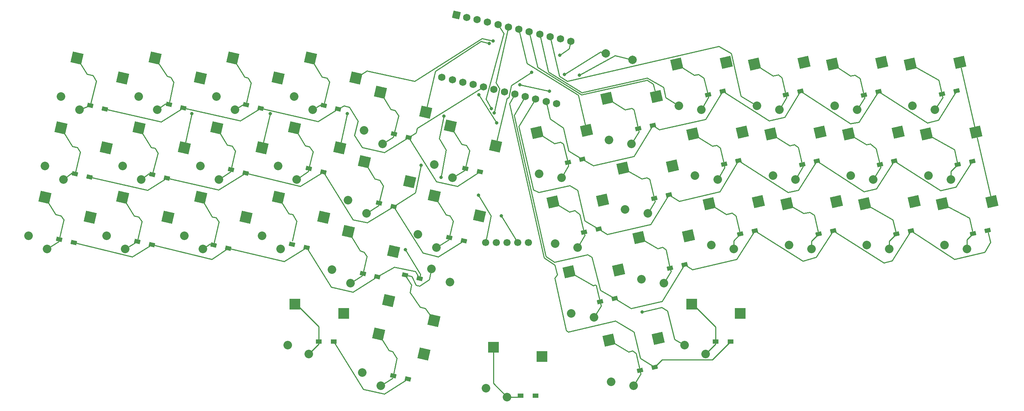
<source format=gbl>
%TF.GenerationSoftware,KiCad,Pcbnew,(7.0.0-0)*%
%TF.CreationDate,2023-05-07T20:22:33+03:00*%
%TF.ProjectId,41_1350_pcb,34315f31-3335-4305-9f70-63622e6b6963,rev?*%
%TF.SameCoordinates,Original*%
%TF.FileFunction,Copper,L2,Bot*%
%TF.FilePolarity,Positive*%
%FSLAX46Y46*%
G04 Gerber Fmt 4.6, Leading zero omitted, Abs format (unit mm)*
G04 Created by KiCad (PCBNEW (7.0.0-0)) date 2023-05-07 20:22:33*
%MOMM*%
%LPD*%
G01*
G04 APERTURE LIST*
G04 Aperture macros list*
%AMRotRect*
0 Rectangle, with rotation*
0 The origin of the aperture is its center*
0 $1 length*
0 $2 width*
0 $3 Rotation angle, in degrees counterclockwise*
0 Add horizontal line*
21,1,$1,$2,0,0,$3*%
G04 Aperture macros list end*
%TA.AperFunction,ComponentPad*%
%ADD10C,1.700000*%
%TD*%
%TA.AperFunction,ComponentPad*%
%ADD11C,2.000000*%
%TD*%
%TA.AperFunction,SMDPad,CuDef*%
%ADD12RotRect,1.400000X1.000000X167.000000*%
%TD*%
%TA.AperFunction,SMDPad,CuDef*%
%ADD13RotRect,1.400000X1.000000X193.000000*%
%TD*%
%TA.AperFunction,SMDPad,CuDef*%
%ADD14R,1.400000X1.000000*%
%TD*%
%TA.AperFunction,SMDPad,CuDef*%
%ADD15RotRect,2.600000X2.600000X347.000000*%
%TD*%
%TA.AperFunction,ComponentPad*%
%ADD16C,2.032000*%
%TD*%
%TA.AperFunction,SMDPad,CuDef*%
%ADD17RotRect,2.600000X2.600000X13.000000*%
%TD*%
%TA.AperFunction,SMDPad,CuDef*%
%ADD18RotRect,2.600000X2.600000X167.000000*%
%TD*%
%TA.AperFunction,SMDPad,CuDef*%
%ADD19R,2.600000X2.600000*%
%TD*%
%TA.AperFunction,ComponentPad*%
%ADD20RotRect,1.752600X1.752600X347.000000*%
%TD*%
%TA.AperFunction,ComponentPad*%
%ADD21C,1.752600*%
%TD*%
%TA.AperFunction,ViaPad*%
%ADD22C,0.800000*%
%TD*%
%TA.AperFunction,Conductor*%
%ADD23C,0.250000*%
%TD*%
G04 APERTURE END LIST*
D10*
%TO.P,J3,5,Pin_5*%
%TO.N,GND*%
X144274222Y-93714219D03*
%TO.P,J3,4,Pin_4*%
%TO.N,unconnected-(J3-Pin_4-Pad4)*%
X146814222Y-93714219D03*
%TO.P,J3,3,Pin_3*%
%TO.N,SCL*%
X149354222Y-93714219D03*
%TO.P,J3,2,Pin_2*%
%TO.N,SDA*%
X151894222Y-93714219D03*
%TO.P,J3,1,Pin_1*%
%TO.N,VCC*%
X154434222Y-93714219D03*
%TD*%
D11*
%TO.P,RSW1,1,1*%
%TO.N,RST*%
X172765519Y-48788909D03*
%TO.P,RSW1,2,2*%
%TO.N,GND*%
X179098925Y-50251091D03*
%TD*%
D12*
%TO.P,D_E5,1,K*%
%TO.N,rowE*%
X128561728Y-102219287D03*
%TO.P,D_E5,2,A*%
%TO.N,Net-(D_E5-A)*%
X125102714Y-101420711D03*
%TD*%
%TO.P,D_E3,1,K*%
%TO.N,rowE*%
X101731728Y-94889287D03*
%TO.P,D_E3,2,A*%
%TO.N,Net-(D_E3-A)*%
X98272714Y-94090711D03*
%TD*%
%TO.P,D_E2,1,K*%
%TO.N,rowE*%
X83141728Y-95089287D03*
%TO.P,D_E2,2,A*%
%TO.N,Net-(D_E2-A)*%
X79682714Y-94290711D03*
%TD*%
%TO.P,D_E1,1,K*%
%TO.N,rowE*%
X65001728Y-94219287D03*
%TO.P,D_E1,2,A*%
%TO.N,Net-(D_E1-A)*%
X61542714Y-93420711D03*
%TD*%
%TO.P,D_E0,1,K*%
%TO.N,rowE*%
X46441728Y-93739287D03*
%TO.P,D_E0,2,A*%
%TO.N,Net-(D_E0-A)*%
X42982714Y-92940711D03*
%TD*%
D13*
%TO.P,D_D5,2,A*%
%TO.N,Net-(D_D5-A)*%
X256322714Y-75199287D03*
%TO.P,D_D5,1,K*%
%TO.N,rowD*%
X259781728Y-74400711D03*
%TD*%
%TO.P,D_D4,1,K*%
%TO.N,rowD*%
X241311728Y-74330711D03*
%TO.P,D_D4,2,A*%
%TO.N,Net-(D_D4-A)*%
X237852714Y-75129287D03*
%TD*%
%TO.P,D_D3,1,K*%
%TO.N,rowD*%
X222911728Y-74330711D03*
%TO.P,D_D3,2,A*%
%TO.N,Net-(D_D3-A)*%
X219452714Y-75129287D03*
%TD*%
%TO.P,D_D2,1,K*%
%TO.N,rowD*%
X204311728Y-74260711D03*
%TO.P,D_D2,2,A*%
%TO.N,Net-(D_D2-A)*%
X200852714Y-75059287D03*
%TD*%
%TO.P,D_D1,1,K*%
%TO.N,rowD*%
X187731728Y-82400711D03*
%TO.P,D_D1,2,A*%
%TO.N,Net-(D_D1-A)*%
X184272714Y-83199287D03*
%TD*%
%TO.P,D_D0,1,K*%
%TO.N,rowD*%
X171091728Y-90480711D03*
%TO.P,D_D0,2,A*%
%TO.N,Net-(D_D0-A)*%
X167632714Y-91279287D03*
%TD*%
D12*
%TO.P,D_C5,1,K*%
%TO.N,rowC*%
X139071728Y-93319287D03*
%TO.P,D_C5,2,A*%
%TO.N,Net-(D_C5-A)*%
X135612714Y-92520711D03*
%TD*%
%TO.P,D_C4,1,K*%
%TO.N,rowC*%
X122421728Y-85139287D03*
%TO.P,D_C4,2,A*%
%TO.N,Net-(D_C4-A)*%
X118962714Y-84340711D03*
%TD*%
%TO.P,D_C3,1,K*%
%TO.N,rowC*%
X105751728Y-76909287D03*
%TO.P,D_C3,2,A*%
%TO.N,Net-(D_C3-A)*%
X102292714Y-76110711D03*
%TD*%
%TO.P,D_C2,1,K*%
%TO.N,rowC*%
X87291728Y-77189287D03*
%TO.P,D_C2,2,A*%
%TO.N,Net-(D_C2-A)*%
X83832714Y-76390711D03*
%TD*%
%TO.P,D_C1,1,K*%
%TO.N,rowC*%
X68561728Y-78369287D03*
%TO.P,D_C1,2,A*%
%TO.N,Net-(D_C1-A)*%
X65102714Y-77570711D03*
%TD*%
%TO.P,D_C0,1,K*%
%TO.N,rowC*%
X50201728Y-78129287D03*
%TO.P,D_C0,2,A*%
%TO.N,Net-(D_C0-A)*%
X46742714Y-77330711D03*
%TD*%
D13*
%TO.P,D_B5,1,K*%
%TO.N,rowB*%
X256061728Y-57610711D03*
%TO.P,D_B5,2,A*%
%TO.N,Net-(D_B5-A)*%
X252602714Y-58409287D03*
%TD*%
%TO.P,D_B4,1,K*%
%TO.N,rowB*%
X237521728Y-57820711D03*
%TO.P,D_B4,2,A*%
%TO.N,Net-(D_B4-A)*%
X234062714Y-58619287D03*
%TD*%
%TO.P,D_B3,1,K*%
%TO.N,rowB*%
X218981728Y-57750711D03*
%TO.P,D_B3,2,A*%
%TO.N,Net-(D_B3-A)*%
X215522714Y-58549287D03*
%TD*%
%TO.P,D_B2,1,K*%
%TO.N,rowB*%
X200511728Y-57750711D03*
%TO.P,D_B2,2,A*%
%TO.N,Net-(D_B2-A)*%
X197052714Y-58549287D03*
%TD*%
%TO.P,D_B1,1,K*%
%TO.N,rowB*%
X183941728Y-65830711D03*
%TO.P,D_B1,2,A*%
%TO.N,Net-(D_B1-A)*%
X180482714Y-66629287D03*
%TD*%
%TO.P,D_B0,1,K*%
%TO.N,rowB*%
X167231728Y-73900711D03*
%TO.P,D_B0,2,A*%
%TO.N,Net-(D_B0-A)*%
X163772714Y-74699287D03*
%TD*%
D12*
%TO.P,D_A5,1,K*%
%TO.N,rowA*%
X142911728Y-76889287D03*
%TO.P,D_A5,2,A*%
%TO.N,Net-(D_A5-A)*%
X139452714Y-76090711D03*
%TD*%
%TO.P,D_A4,1,K*%
%TO.N,rowA*%
X125961728Y-68709287D03*
%TO.P,D_A4,2,A*%
%TO.N,Net-(D_A4-A)*%
X122502714Y-67910711D03*
%TD*%
%TO.P,D_A3,1,K*%
%TO.N,rowA*%
X109231728Y-61949287D03*
%TO.P,D_A3,2,A*%
%TO.N,Net-(D_A3-A)*%
X105772714Y-61150711D03*
%TD*%
%TO.P,D_A2,1,K*%
%TO.N,rowA*%
X90811728Y-61779287D03*
%TO.P,D_A2,2,A*%
%TO.N,Net-(D_A2-A)*%
X87352714Y-60980711D03*
%TD*%
%TO.P,D_A1,1,K*%
%TO.N,rowA*%
X72491728Y-61689287D03*
%TO.P,D_A1,2,A*%
%TO.N,Net-(D_A1-A)*%
X69032714Y-60890711D03*
%TD*%
%TO.P,D_A0,1,K*%
%TO.N,rowA*%
X53801728Y-61919287D03*
%TO.P,D_A0,2,A*%
%TO.N,Net-(D_A0-A)*%
X50342714Y-61120711D03*
%TD*%
D14*
%TO.P,D_G4,1,K*%
%TO.N,rowG*%
X202387221Y-117279999D03*
%TO.P,D_G4,2,A*%
%TO.N,Net-(D_G4-A)*%
X198837221Y-117279999D03*
%TD*%
D13*
%TO.P,D_G3,1,K*%
%TO.N,rowG*%
X184361728Y-123340711D03*
%TO.P,D_G3,2,A*%
%TO.N,Net-(D_G3-A)*%
X180902714Y-124139287D03*
%TD*%
D14*
%TO.P,D_G2,2,A*%
%TO.N,Net-(D_G2-A)*%
X152527221Y-130089999D03*
%TO.P,D_G2,1,K*%
%TO.N,rowG*%
X156077221Y-130089999D03*
%TD*%
D12*
%TO.P,D_G1,2,A*%
%TO.N,Net-(D_G1-A)*%
X122312714Y-125360711D03*
%TO.P,D_G1,1,K*%
%TO.N,rowG*%
X125771728Y-126159287D03*
%TD*%
D14*
%TO.P,D_G0,2,A*%
%TO.N,Net-(D_G0-A)*%
X104607221Y-117259999D03*
%TO.P,D_G0,1,K*%
%TO.N,rowG*%
X108157221Y-117259999D03*
%TD*%
D13*
%TO.P,D_F5,2,A*%
%TO.N,Net-(D_F5-A)*%
X259972714Y-91629287D03*
%TO.P,D_F5,1,K*%
%TO.N,rowF*%
X263431728Y-90830711D03*
%TD*%
%TO.P,D_F4,1,K*%
%TO.N,rowF*%
X245241728Y-90900711D03*
%TO.P,D_F4,2,A*%
%TO.N,Net-(D_F4-A)*%
X241782714Y-91699287D03*
%TD*%
%TO.P,D_F3,1,K*%
%TO.N,rowF*%
X226781728Y-90900711D03*
%TO.P,D_F3,2,A*%
%TO.N,Net-(D_F3-A)*%
X223322714Y-91699287D03*
%TD*%
%TO.P,D_F2,1,K*%
%TO.N,rowF*%
X208171728Y-90900711D03*
%TO.P,D_F2,2,A*%
%TO.N,Net-(D_F2-A)*%
X204712714Y-91699287D03*
%TD*%
%TO.P,D_F1,1,K*%
%TO.N,rowF*%
X191521728Y-98970711D03*
%TO.P,D_F1,2,A*%
%TO.N,Net-(D_F1-A)*%
X188062714Y-99769287D03*
%TD*%
%TO.P,D_F0,1,K*%
%TO.N,rowF*%
X174881728Y-106980711D03*
%TO.P,D_F0,2,A*%
%TO.N,Net-(D_F0-A)*%
X171422714Y-107779287D03*
%TD*%
D12*
%TO.P,D_E4,1,K*%
%TO.N,rowE*%
X118541728Y-101869287D03*
%TO.P,D_E4,2,A*%
%TO.N,Net-(D_E4-A)*%
X115082714Y-101070711D03*
%TD*%
D15*
%TO.P,SwE3,1,1*%
%TO.N,Net-(D_E3-A)*%
X95033359Y-82975291D03*
D16*
X95558752Y-95258292D03*
%TO.P,SwE3,2,2*%
%TO.N,col3*%
X91159299Y-92087360D03*
D15*
X105792441Y-87717090D03*
%TD*%
%TO.P,SwE2,1,1*%
%TO.N,Net-(D_E2-A)*%
X76559880Y-82975291D03*
D16*
X77085273Y-95258292D03*
%TO.P,SwE2,2,2*%
%TO.N,col2*%
X72685820Y-92087360D03*
D15*
X87318962Y-87717090D03*
%TD*%
%TO.P,SwE1,1,1*%
%TO.N,Net-(D_E1-A)*%
X58086408Y-82975290D03*
D16*
X58611801Y-95258291D03*
%TO.P,SwE1,2,2*%
%TO.N,col1*%
X54212348Y-92087359D03*
D15*
X68845490Y-87717089D03*
%TD*%
%TO.P,SwE0,1,1*%
%TO.N,Net-(D_E0-A)*%
X39612935Y-82975287D03*
D16*
X40138328Y-95258288D03*
%TO.P,SwE0,2,2*%
%TO.N,col0*%
X35738875Y-92087356D03*
D15*
X50372017Y-87717086D03*
%TD*%
D17*
%TO.P,SwD5,2,2*%
%TO.N,col5*%
X260646081Y-67429857D03*
D16*
X249409700Y-77772578D03*
%TO.P,SwD5,1,1*%
%TO.N,Net-(D_D5-A)*%
X254753947Y-78693999D03*
D17*
X248897214Y-67884428D03*
%TD*%
%TO.P,SwD4,1,1*%
%TO.N,Net-(D_D4-A)*%
X230423733Y-67884429D03*
D16*
X236280466Y-78694000D03*
%TO.P,SwD4,2,2*%
%TO.N,col4*%
X230936219Y-77772579D03*
D17*
X242172600Y-67429858D03*
%TD*%
%TO.P,SwD3,1,1*%
%TO.N,Net-(D_D3-A)*%
X211950265Y-67884422D03*
D16*
X217806998Y-78693993D03*
%TO.P,SwD3,2,2*%
%TO.N,col3*%
X212462751Y-77772572D03*
D17*
X223699132Y-67429851D03*
%TD*%
%TO.P,SwD1,1,1*%
%TO.N,Net-(D_D1-A)*%
X176872941Y-75982664D03*
D16*
X182729674Y-86792235D03*
%TO.P,SwD1,2,2*%
%TO.N,col1*%
X177385427Y-85870814D03*
D17*
X188621808Y-75528093D03*
%TD*%
%TO.P,SwD0,1,1*%
%TO.N,Net-(D_D0-A)*%
X160269091Y-84080909D03*
D16*
X166125824Y-94890480D03*
%TO.P,SwD0,2,2*%
%TO.N,col0*%
X160781577Y-93969059D03*
D17*
X172017958Y-83626338D03*
%TD*%
D15*
%TO.P,SwC5,1,1*%
%TO.N,Net-(D_C5-A)*%
X132065222Y-82607469D03*
D16*
X132590615Y-94890470D03*
%TO.P,SwC5,2,2*%
%TO.N,col5*%
X128191162Y-91719538D03*
D15*
X142824304Y-87349268D03*
%TD*%
D17*
%TO.P,SwB0,1,1*%
%TO.N,Net-(D_B0-A)*%
X156444925Y-67516616D03*
D16*
X162301658Y-78326187D03*
%TO.P,SwB0,2,2*%
%TO.N,col0*%
X156957411Y-77404766D03*
D17*
X168193792Y-67062045D03*
%TD*%
%TO.P,SwD2,1,1*%
%TO.N,Net-(D_D2-A)*%
X193476784Y-67884430D03*
D16*
X199333517Y-78694001D03*
%TO.P,SwD2,2,2*%
%TO.N,col2*%
X193989270Y-77772580D03*
D17*
X205225651Y-67429859D03*
%TD*%
D15*
%TO.P,SwC4,1,1*%
%TO.N,Net-(D_C4-A)*%
X115461370Y-74509234D03*
D16*
X115986763Y-86792235D03*
%TO.P,SwC4,2,2*%
%TO.N,col4*%
X111587310Y-83621303D03*
D15*
X126220452Y-79251033D03*
%TD*%
%TO.P,SwC3,1,1*%
%TO.N,Net-(D_C3-A)*%
X98857524Y-66410997D03*
D16*
X99382917Y-78693998D03*
%TO.P,SwC3,2,2*%
%TO.N,col3*%
X94983464Y-75523066D03*
D15*
X109616606Y-71152796D03*
%TD*%
%TO.P,SwC2,1,1*%
%TO.N,Net-(D_C2-A)*%
X80384048Y-66410997D03*
D16*
X80909441Y-78693998D03*
%TO.P,SwC2,2,2*%
%TO.N,col2*%
X76509988Y-75523066D03*
D15*
X91143130Y-71152796D03*
%TD*%
%TO.P,SwC1,1,1*%
%TO.N,Net-(D_C1-A)*%
X61910578Y-66410997D03*
D16*
X62435971Y-78693998D03*
%TO.P,SwC1,2,2*%
%TO.N,col1*%
X58036518Y-75523066D03*
D15*
X72669660Y-71152796D03*
%TD*%
%TO.P,SwC0,1,1*%
%TO.N,Net-(D_C0-A)*%
X43437099Y-66410993D03*
D16*
X43962492Y-78693994D03*
%TO.P,SwC0,2,2*%
%TO.N,col0*%
X39563039Y-75523062D03*
D15*
X54196181Y-71152792D03*
%TD*%
D17*
%TO.P,SwB5,1,1*%
%TO.N,Net-(D_B5-A)*%
X245073040Y-51320135D03*
D16*
X250929773Y-62129706D03*
%TO.P,SwB5,2,2*%
%TO.N,col5*%
X245585526Y-61208285D03*
D17*
X256821907Y-50865564D03*
%TD*%
D15*
%TO.P,SwG1,1,1*%
%TO.N,Net-(D_G1-A)*%
X118824202Y-115471185D03*
D16*
X119349595Y-127754186D03*
%TO.P,SwG1,2,2*%
%TO.N,col1*%
X114950142Y-124583254D03*
D15*
X129583284Y-120212984D03*
%TD*%
D17*
%TO.P,SwB4,1,1*%
%TO.N,Net-(D_B4-A)*%
X226599568Y-51320139D03*
D16*
X232456301Y-62129710D03*
%TO.P,SwB4,2,2*%
%TO.N,col4*%
X227112054Y-61208289D03*
D17*
X238348435Y-50865568D03*
%TD*%
D15*
%TO.P,SwA0,1,1*%
%TO.N,Net-(D_A0-A)*%
X47261275Y-49846701D03*
D16*
X47786668Y-62129702D03*
%TO.P,SwA0,2,2*%
%TO.N,col0*%
X43387215Y-58958770D03*
D15*
X58020357Y-54588500D03*
%TD*%
%TO.P,SwA4,1,1*%
%TO.N,Net-(D_A4-A)*%
X119285543Y-57944945D03*
D16*
X119810936Y-70227946D03*
%TO.P,SwA4,2,2*%
%TO.N,col4*%
X115411483Y-67057014D03*
D15*
X130044625Y-62686744D03*
%TD*%
%TO.P,SwA3,1,1*%
%TO.N,Net-(D_A3-A)*%
X102681689Y-49846710D03*
D16*
X103207082Y-62129711D03*
%TO.P,SwA3,2,2*%
%TO.N,col3*%
X98807629Y-58958779D03*
D15*
X113440771Y-54588509D03*
%TD*%
D17*
%TO.P,SwB1,1,1*%
%TO.N,Net-(D_B1-A)*%
X173048772Y-59418378D03*
D16*
X178905505Y-70227949D03*
%TO.P,SwB1,2,2*%
%TO.N,col1*%
X173561258Y-69306528D03*
D17*
X184797639Y-58963807D03*
%TD*%
%TO.P,SwF0,1,1*%
%TO.N,Net-(D_F0-A)*%
X164093261Y-100645192D03*
D16*
X169949994Y-111454763D03*
%TO.P,SwF0,2,2*%
%TO.N,col0*%
X164605747Y-110533342D03*
D17*
X175842128Y-100190621D03*
%TD*%
D15*
%TO.P,SwA1,1,1*%
%TO.N,Net-(D_A1-A)*%
X65734740Y-49846714D03*
D16*
X66260133Y-62129715D03*
%TO.P,SwA1,2,2*%
%TO.N,col1*%
X61860680Y-58958783D03*
D15*
X76493822Y-54588513D03*
%TD*%
D17*
%TO.P,SwB3,1,1*%
%TO.N,Net-(D_B3-A)*%
X208126101Y-51320139D03*
D16*
X213982834Y-62129710D03*
%TO.P,SwB3,2,2*%
%TO.N,col3*%
X208638587Y-61208289D03*
D17*
X219874968Y-50865568D03*
%TD*%
%TO.P,SwB2,1,1*%
%TO.N,Net-(D_B2-A)*%
X189652622Y-51320139D03*
D16*
X195509355Y-62129710D03*
%TO.P,SwB2,2,2*%
%TO.N,col2*%
X190165108Y-61208289D03*
D17*
X201401489Y-50865568D03*
%TD*%
%TO.P,SwF5,1,1*%
%TO.N,Net-(D_F5-A)*%
X252721378Y-84448724D03*
D16*
X258578111Y-95258295D03*
%TO.P,SwF5,2,2*%
%TO.N,col5*%
X253233864Y-94336874D03*
D17*
X264470245Y-83994153D03*
%TD*%
%TO.P,SwF4,1,1*%
%TO.N,Net-(D_F4-A)*%
X234247905Y-84448720D03*
D16*
X240104638Y-95258291D03*
%TO.P,SwF4,2,2*%
%TO.N,col4*%
X234760391Y-94336870D03*
D17*
X245996772Y-83994149D03*
%TD*%
%TO.P,SwF3,1,1*%
%TO.N,Net-(D_F3-A)*%
X215774431Y-84448722D03*
D16*
X221631164Y-95258293D03*
%TO.P,SwF3,2,2*%
%TO.N,col3*%
X216286917Y-94336872D03*
D17*
X227523298Y-83994151D03*
%TD*%
%TO.P,SwF2,1,1*%
%TO.N,Net-(D_F2-A)*%
X197300956Y-84448721D03*
D16*
X203157689Y-95258292D03*
%TO.P,SwF2,2,2*%
%TO.N,col2*%
X197813442Y-94336871D03*
D17*
X209049823Y-83994150D03*
%TD*%
%TO.P,SwF1,1,1*%
%TO.N,Net-(D_F1-A)*%
X180697107Y-92546953D03*
D16*
X186553840Y-103356524D03*
%TO.P,SwF1,2,2*%
%TO.N,col1*%
X181209593Y-102435103D03*
D17*
X192445974Y-92092382D03*
%TD*%
D18*
%TO.P,SwE5,1,1*%
%TO.N,Net-(D_E5-A)*%
X131946259Y-112240195D03*
D16*
X131420868Y-99957196D03*
%TO.P,SwE5,2,2*%
%TO.N,col5*%
X135820321Y-103128128D03*
D18*
X121187177Y-107498396D03*
%TD*%
D15*
%TO.P,SwE4,1,1*%
%TO.N,Net-(D_E4-A)*%
X111637202Y-91073528D03*
D16*
X112162595Y-103356529D03*
%TO.P,SwE4,2,2*%
%TO.N,col4*%
X107763142Y-100185597D03*
D15*
X122396284Y-95815327D03*
%TD*%
%TO.P,SwA2,1,1*%
%TO.N,Net-(D_A2-A)*%
X84208216Y-49846709D03*
D16*
X84733609Y-62129710D03*
%TO.P,SwA2,2,2*%
%TO.N,col2*%
X80334156Y-58958778D03*
D15*
X94967298Y-54588508D03*
%TD*%
%TO.P,SwA5,1,1*%
%TO.N,Net-(D_A5-A)*%
X135889389Y-66043181D03*
D16*
X136414782Y-78326182D03*
%TO.P,SwA5,2,2*%
%TO.N,col5*%
X132015329Y-75155250D03*
D15*
X146648471Y-70784980D03*
%TD*%
D19*
%TO.P,SwG0,1,1*%
%TO.N,Net-(D_G0-A)*%
X98978165Y-108364959D03*
D16*
X102253166Y-120214960D03*
%TO.P,SwG0,2,2*%
%TO.N,col0*%
X97253166Y-118114960D03*
D19*
X110528165Y-110564959D03*
%TD*%
D17*
%TO.P,SwG3,1,1*%
%TO.N,Net-(D_G3-A)*%
X173510114Y-116944619D03*
D16*
X179366847Y-127754190D03*
%TO.P,SwG3,2,2*%
%TO.N,col3*%
X174022600Y-126832769D03*
D17*
X185258981Y-116490048D03*
%TD*%
D19*
%TO.P,SwG4,1,1*%
%TO.N,Net-(D_G4-A)*%
X193188274Y-108364958D03*
D16*
X196463275Y-120214959D03*
%TO.P,SwG4,2,2*%
%TO.N,col4*%
X191463275Y-118114959D03*
D19*
X204738274Y-110564958D03*
%TD*%
%TO.P,SwG2,1,1*%
%TO.N,Net-(D_G2-A)*%
X146083221Y-118562686D03*
D16*
X149358222Y-130412687D03*
%TO.P,SwG2,2,2*%
%TO.N,col2*%
X144358222Y-128312687D03*
D19*
X157633221Y-120762686D03*
%TD*%
D20*
%TO.P,U1,1,TX0/PD3*%
%TO.N,unconnected-(U1-TX0{slash}PD3-Pad1)*%
X137287077Y-39588302D03*
D21*
%TO.P,U1,2,RX1/PD2*%
%TO.N,unconnected-(U1-RX1{slash}PD2-Pad2)*%
X139761978Y-40159679D03*
%TO.P,U1,3,GND*%
%TO.N,unconnected-(U1-GND-Pad3)*%
X142236878Y-40731054D03*
%TO.P,U1,4,GND*%
%TO.N,unconnected-(U1-GND-Pad4)*%
X144711778Y-41302430D03*
%TO.P,U1,5,2/PD1*%
%TO.N,SDA*%
X147186678Y-41873806D03*
%TO.P,U1,6,3/PD0*%
%TO.N,SCL*%
X149661578Y-42445181D03*
%TO.P,U1,7,4/PD4*%
%TO.N,col0*%
X152136478Y-43016557D03*
%TO.P,U1,8,5/PC6*%
%TO.N,col1*%
X154611378Y-43587933D03*
%TO.P,U1,9,6/PD7*%
%TO.N,col2*%
X157086278Y-44159308D03*
%TO.P,U1,10,7/PE6*%
%TO.N,col3*%
X159561178Y-44730684D03*
%TO.P,U1,11,8/PB4*%
%TO.N,col4*%
X162036078Y-45302060D03*
%TO.P,U1,12,9/PB5*%
%TO.N,col5*%
X164510978Y-45873435D03*
%TO.P,U1,13,10/PB6*%
%TO.N,unconnected-(U1-10{slash}PB6-Pad13)*%
X161082724Y-60722835D03*
%TO.P,U1,14,16/PB2*%
%TO.N,rowB*%
X158607824Y-60151460D03*
%TO.P,U1,15,14/PB3*%
%TO.N,rowD*%
X156132924Y-59580084D03*
%TO.P,U1,16,15/PB1*%
%TO.N,rowF*%
X153658024Y-59008708D03*
%TO.P,U1,17,A0/PF7*%
%TO.N,rowG*%
X151183124Y-58437333D03*
%TO.P,U1,18,A1/PF6*%
%TO.N,rowE*%
X148708224Y-57865957D03*
%TO.P,U1,19,A2/PF5*%
%TO.N,rowC*%
X146233324Y-57294581D03*
%TO.P,U1,20,A3/PF4*%
%TO.N,rowA*%
X143758424Y-56723205D03*
%TO.P,U1,21,VCC*%
%TO.N,VCC*%
X141283524Y-56151830D03*
%TO.P,U1,22,RST*%
%TO.N,RST*%
X138808624Y-55580454D03*
%TO.P,U1,23,GND*%
%TO.N,GND*%
X136333724Y-55009078D03*
%TO.P,U1,24*%
%TO.N,unconnected-(U1-Pad24)*%
X133858824Y-54437703D03*
%TD*%
D22*
%TO.N,GND*%
X159402222Y-57760000D03*
X152412222Y-56180000D03*
X166502222Y-53900000D03*
%TO.N,RST*%
X162952222Y-53740000D03*
%TO.N,GND*%
X134382222Y-63630000D03*
X142572222Y-82450000D03*
X133642222Y-78250000D03*
%TO.N,SDA*%
X147932222Y-87360000D03*
X145582222Y-61840000D03*
%TO.N,SCL*%
X146282222Y-62850000D03*
%TO.N,VCC*%
X146862222Y-65300000D03*
X142662222Y-58560000D03*
%TO.N,rowE*%
X125176086Y-95416136D03*
%TO.N,rowC*%
X128942222Y-75340000D03*
%TO.N,col5*%
X155192222Y-53260000D03*
X161862222Y-49140000D03*
%TO.N,col4*%
X145062222Y-46340000D03*
%TO.N,col3*%
X146012222Y-45780000D03*
X111392222Y-63030000D03*
%TO.N,col2*%
X93082222Y-63100000D03*
%TO.N,col1*%
X74522222Y-63050000D03*
%TO.N,col4*%
X181432222Y-110240000D03*
%TO.N,col2*%
X157633222Y-120762687D03*
%TO.N,col1*%
X129583285Y-120212985D03*
%TO.N,col0*%
X110528166Y-110564960D03*
%TO.N,col5*%
X121187178Y-107498397D03*
X142824305Y-87349269D03*
X146648472Y-70784981D03*
%TO.N,col4*%
X122396285Y-95815328D03*
X126220453Y-79251034D03*
X130044626Y-62686745D03*
%TO.N,col3*%
X113440772Y-54588510D03*
X109616607Y-71152797D03*
X105792442Y-87717091D03*
%TO.N,col2*%
X87318963Y-87717091D03*
X91143131Y-71152797D03*
X94967299Y-54588509D03*
%TO.N,col1*%
X76493823Y-54588514D03*
X72669661Y-71152797D03*
X68845491Y-87717090D03*
%TO.N,col0*%
X50372018Y-87717087D03*
X54196182Y-71152793D03*
X58020358Y-54588501D03*
%TO.N,col1*%
X192445975Y-92092383D03*
X188621809Y-75528094D03*
%TO.N,col3*%
X185258982Y-116490049D03*
%TO.N,col4*%
X204738275Y-110564959D03*
%TO.N,col0*%
X175842129Y-100190622D03*
X172017959Y-83626339D03*
X168193793Y-67062046D03*
%TO.N,col1*%
X184797640Y-58963808D03*
%TO.N,col2*%
X201401490Y-50865569D03*
X205225652Y-67429860D03*
X209049824Y-83994151D03*
%TO.N,col3*%
X227523299Y-83994152D03*
X223699133Y-67429852D03*
X219874969Y-50865569D03*
%TO.N,col4*%
X238348436Y-50865569D03*
X242172601Y-67429859D03*
X245996773Y-83994150D03*
%TO.N,col5*%
X264470246Y-83994154D03*
X260646082Y-67429858D03*
X256821908Y-50865565D03*
%TD*%
D23*
%TO.N,GND*%
X174942222Y-49280000D02*
X166502222Y-53900000D01*
X159402222Y-57760000D02*
X152412222Y-56180000D01*
%TO.N,RST*%
X162952222Y-53740000D02*
X171482222Y-48440000D01*
X171482222Y-48440000D02*
X172765519Y-48788909D01*
%TO.N,GND*%
X179098925Y-50251091D02*
X174942222Y-49280000D01*
X133232222Y-68970000D02*
X134862222Y-71680000D01*
X145552222Y-87390000D02*
X144274222Y-93714219D01*
X134382222Y-63630000D02*
X133232222Y-68970000D01*
X134862222Y-71680000D02*
X133642222Y-78250000D01*
X142572222Y-82450000D02*
X145552222Y-87390000D01*
%TO.N,SDA*%
X147932222Y-87360000D02*
X151894222Y-93714219D01*
X144292222Y-59630000D02*
X145582222Y-61840000D01*
X147186678Y-41873806D02*
X148532222Y-44000000D01*
X148532222Y-44000000D02*
X144292222Y-59630000D01*
%TO.N,SCL*%
X146712222Y-55720000D02*
X147592222Y-57120000D01*
X147592222Y-57120000D02*
X146282222Y-62850000D01*
X149661578Y-42445181D02*
X146712222Y-55720000D01*
%TO.N,VCC*%
X142662222Y-58560000D02*
X146862222Y-65300000D01*
%TO.N,rowE*%
X125176086Y-95416136D02*
X128782222Y-101270000D01*
X128782222Y-101270000D02*
X128561729Y-102219288D01*
%TO.N,rowC*%
X122421729Y-85139288D02*
X127552222Y-81850000D01*
X127552222Y-81850000D02*
X128942222Y-75340000D01*
%TO.N,rowA*%
X127972222Y-66540000D02*
X127712222Y-67610000D01*
X143758424Y-56723205D02*
X127972222Y-66540000D01*
X127712222Y-67610000D02*
X125961729Y-68709288D01*
%TO.N,col5*%
X146648472Y-70784981D02*
X149352222Y-59450000D01*
X149352222Y-59450000D02*
X149722222Y-59220000D01*
X149722222Y-59220000D02*
X150372222Y-56350000D01*
X150372222Y-56350000D02*
X155192222Y-53260000D01*
X161862222Y-49140000D02*
X164082222Y-47690000D01*
X164082222Y-47690000D02*
X164510978Y-45873435D01*
%TO.N,col4*%
X132302222Y-52950000D02*
X143182222Y-45900000D01*
X143182222Y-45900000D02*
X145062222Y-46340000D01*
X130044626Y-62686745D02*
X132302222Y-52950000D01*
%TO.N,col3*%
X127442222Y-55320000D02*
X143372222Y-45180000D01*
X113440772Y-54588510D02*
X116032222Y-52910000D01*
X116032222Y-52910000D02*
X127442222Y-55320000D01*
X143372222Y-45180000D02*
X146012222Y-45780000D01*
%TO.N,Net-(D_C1-A)*%
X65102715Y-77570712D02*
X64272222Y-77370000D01*
X64272222Y-77370000D02*
X62435971Y-78693998D01*
X61910579Y-66410998D02*
X64862222Y-71070000D01*
X64862222Y-71070000D02*
X65732222Y-71290000D01*
X65732222Y-71290000D02*
X66422222Y-72480000D01*
X66422222Y-72480000D02*
X65102715Y-77570712D01*
%TO.N,Net-(D_E1-A)*%
X61542715Y-93420712D02*
X58611801Y-95258291D01*
X62592222Y-88720000D02*
X61542715Y-93420712D01*
X58086409Y-82975291D02*
X60762222Y-87350000D01*
X61902222Y-87640000D02*
X62592222Y-88720000D01*
X60762222Y-87350000D02*
X61902222Y-87640000D01*
%TO.N,Net-(D_E2-A)*%
X79682715Y-94290712D02*
X78782222Y-94080000D01*
X78782222Y-94080000D02*
X77085273Y-95258292D01*
X80272222Y-87820000D02*
X80932222Y-88820000D01*
X80932222Y-88820000D02*
X79682715Y-94290712D01*
%TO.N,Net-(D_E3-A)*%
X99382222Y-88630000D02*
X98322222Y-93280000D01*
%TO.N,rowG*%
X202387222Y-117280000D02*
X198111263Y-121555959D01*
X198111263Y-121555959D02*
X186146482Y-121555959D01*
X186146482Y-121555959D02*
X184361729Y-123340712D01*
%TO.N,Net-(D_G4-A)*%
X193188275Y-108364959D02*
X193468274Y-108364959D01*
X193468274Y-108364959D02*
X198837222Y-113733907D01*
X198837222Y-113733907D02*
X198837222Y-117280000D01*
X196463275Y-120214959D02*
X198837222Y-117841012D01*
X198837222Y-117841012D02*
X198837222Y-117280000D01*
%TO.N,Net-(D_G0-A)*%
X98978166Y-108364960D02*
X99258165Y-108364960D01*
X99258165Y-108364960D02*
X104607222Y-113714017D01*
X104607222Y-113714017D02*
X104607222Y-117260000D01*
X102253166Y-120214960D02*
X104607222Y-117860904D01*
X104607222Y-117860904D02*
X104607222Y-117260000D01*
%TO.N,rowG*%
X115222222Y-128570000D02*
X120202222Y-129660000D01*
X108157222Y-117260000D02*
X115222222Y-128570000D01*
X120202222Y-129660000D02*
X125771729Y-126159288D01*
%TO.N,rowA*%
X113902222Y-64850000D02*
X113132222Y-68190000D01*
X110622222Y-61180000D02*
X111882222Y-61510000D01*
X109231729Y-61949288D02*
X110622222Y-61180000D01*
X111882222Y-61510000D02*
X113902222Y-64850000D01*
X113132222Y-68190000D02*
X114952222Y-71110000D01*
%TO.N,col3*%
X109616607Y-71152797D02*
X111392222Y-63030000D01*
%TO.N,col2*%
X91143131Y-71152797D02*
X93082222Y-63100000D01*
%TO.N,col1*%
X72669661Y-71152797D02*
X74522222Y-63050000D01*
%TO.N,Net-(D_A2-A)*%
X87352715Y-60980712D02*
X86732222Y-60830000D01*
X86732222Y-60830000D02*
X84733609Y-62129710D01*
X84208217Y-49846710D02*
X87032222Y-54380000D01*
X87032222Y-54380000D02*
X87842222Y-54590000D01*
X87842222Y-54590000D02*
X88572222Y-55740000D01*
X88572222Y-55740000D02*
X87352715Y-60980712D01*
%TO.N,rowA*%
X125961729Y-68709288D02*
X132542222Y-79240000D01*
X132542222Y-79240000D02*
X137522222Y-80360000D01*
X137522222Y-80360000D02*
X142911729Y-76889288D01*
X114952222Y-71110000D02*
X120232222Y-72310000D01*
X120232222Y-72310000D02*
X125961729Y-68709288D01*
X90811729Y-61779288D02*
X104492222Y-64900000D01*
X104492222Y-64900000D02*
X109231729Y-61949288D01*
X72491729Y-61689288D02*
X86032222Y-64780000D01*
X86032222Y-64780000D02*
X90811729Y-61779288D01*
X53801729Y-61919288D02*
X67172222Y-65010000D01*
X67172222Y-65010000D02*
X72491729Y-61689288D01*
%TO.N,Net-(D_A3-A)*%
X103207082Y-62129711D02*
X104942222Y-61010000D01*
X104942222Y-61010000D02*
X105772715Y-61150712D01*
X102681690Y-49846711D02*
X105362222Y-54350000D01*
X105362222Y-54350000D02*
X106552222Y-54610000D01*
X106552222Y-54610000D02*
X107152222Y-55560000D01*
X107152222Y-55560000D02*
X105772715Y-61150712D01*
%TO.N,Net-(D_A1-A)*%
X66260133Y-62129715D02*
X68172222Y-60750000D01*
X68172222Y-60750000D02*
X69032715Y-60890712D01*
X65734741Y-49846715D02*
X68642222Y-54180000D01*
X68642222Y-54180000D02*
X69492222Y-54430000D01*
X69492222Y-54430000D02*
X70192222Y-55570000D01*
X70192222Y-55570000D02*
X69032715Y-60890712D01*
%TO.N,Net-(D_A0-A)*%
X50342715Y-61120712D02*
X47786668Y-62129702D01*
X47261276Y-49846702D02*
X49582222Y-53700000D01*
X49582222Y-53700000D02*
X51072222Y-54020000D01*
X51072222Y-54020000D02*
X51792222Y-55350000D01*
X51792222Y-55350000D02*
X50342715Y-61120712D01*
%TO.N,rowC*%
X129372222Y-96150000D02*
X132982222Y-97060000D01*
X122421729Y-85139288D02*
X129372222Y-96150000D01*
X132982222Y-97060000D02*
X139071729Y-93319288D01*
X105751729Y-76909288D02*
X112772222Y-88260000D01*
X112772222Y-88260000D02*
X116142222Y-89000000D01*
X116142222Y-89000000D02*
X122421729Y-85139288D01*
X87291729Y-77189288D02*
X100212222Y-80290000D01*
X100212222Y-80290000D02*
X105751729Y-76909288D01*
X68561729Y-78369288D02*
X80802222Y-81210000D01*
X80802222Y-81210000D02*
X87291729Y-77189288D01*
%TO.N,Net-(D_C0-A)*%
X43962492Y-78693994D02*
X45992222Y-77220000D01*
X45992222Y-77220000D02*
X46742715Y-77330712D01*
X47982222Y-72230000D02*
X46902222Y-76880000D01*
%TO.N,rowC*%
X50201729Y-78129288D02*
X63982222Y-81270000D01*
X63982222Y-81270000D02*
X68561729Y-78369288D01*
%TO.N,rowE*%
X122552222Y-99580000D02*
X127562222Y-100590000D01*
X118541729Y-101869288D02*
X122552222Y-99580000D01*
X127562222Y-100590000D02*
X128561729Y-102219288D01*
%TO.N,Net-(D_E5-A)*%
X127772222Y-103870000D02*
X126682222Y-101710000D01*
X130862222Y-102510000D02*
X128572222Y-104030000D01*
X131420868Y-99957196D02*
X130862222Y-102510000D01*
X126682222Y-101710000D02*
X125102715Y-101420712D01*
X128572222Y-104030000D02*
X127772222Y-103870000D01*
%TO.N,rowE*%
X107562222Y-104310000D02*
X112792222Y-105490000D01*
X112792222Y-105490000D02*
X118541729Y-101869288D01*
X101731729Y-94889288D02*
X107562222Y-104310000D01*
X83141729Y-95089288D02*
X96432222Y-98230000D01*
X96432222Y-98230000D02*
X101731729Y-94889288D01*
X65001729Y-94219288D02*
X79202222Y-97670000D01*
X79202222Y-97670000D02*
X83141729Y-95089288D01*
X46441729Y-93739288D02*
X60342222Y-97110000D01*
X60342222Y-97110000D02*
X65001729Y-94219288D01*
%TO.N,Net-(D_C0-A)*%
X43437100Y-66410994D02*
X46132222Y-70840000D01*
X47302222Y-71080000D02*
X47982222Y-72230000D01*
X46132222Y-70840000D02*
X47302222Y-71080000D01*
%TO.N,Net-(D_E0-A)*%
X43432222Y-87340000D02*
X44072222Y-88320000D01*
X39612936Y-82975288D02*
X42112222Y-87050000D01*
X42112222Y-87050000D02*
X43432222Y-87340000D01*
X44072222Y-88320000D02*
X42982715Y-92940712D01*
%TO.N,Net-(D_C2-A)*%
X84052222Y-70750000D02*
X84852222Y-71930000D01*
X84852222Y-71930000D02*
X83832715Y-76390712D01*
X80384049Y-66410998D02*
X82872222Y-70520000D01*
X82872222Y-70520000D02*
X84052222Y-70750000D01*
%TO.N,Net-(D_C3-A)*%
X102412222Y-70960000D02*
X103242222Y-72110000D01*
X98857525Y-66410998D02*
X101422222Y-70720000D01*
X103242222Y-72110000D02*
X102292715Y-76110712D01*
X101422222Y-70720000D02*
X102412222Y-70960000D01*
%TO.N,Net-(D_E2-A)*%
X76559881Y-82975292D02*
X79322222Y-87610000D01*
X79322222Y-87610000D02*
X80272222Y-87820000D01*
%TO.N,Net-(D_E3-A)*%
X98402222Y-87060000D02*
X99382222Y-88630000D01*
X95033360Y-82975292D02*
X97482222Y-86870000D01*
X97482222Y-86870000D02*
X98402222Y-87060000D01*
%TO.N,Net-(D_C4-A)*%
X115461371Y-74509235D02*
X117922222Y-78570000D01*
X119072222Y-78870000D02*
X119912222Y-80240000D01*
X117922222Y-78570000D02*
X119072222Y-78870000D01*
X119912222Y-80240000D02*
X118962715Y-84340712D01*
%TO.N,Net-(D_E4-A)*%
X111637203Y-91073529D02*
X114422222Y-95670000D01*
X115342222Y-95960000D02*
X116052222Y-97020000D01*
X114422222Y-95670000D02*
X115342222Y-95960000D01*
X116052222Y-97020000D02*
X115082715Y-101070712D01*
%TO.N,Net-(D_G1-A)*%
X122182222Y-119610000D02*
X123192222Y-121220000D01*
X118824203Y-115471186D02*
X121302222Y-119390000D01*
X123192222Y-121220000D02*
X122312715Y-125360712D01*
X121302222Y-119390000D02*
X122182222Y-119610000D01*
X122312715Y-125360712D02*
X122172222Y-125950000D01*
X122172222Y-125950000D02*
X119349595Y-127754186D01*
%TO.N,Net-(D_E5-A)*%
X126262222Y-105530000D02*
X126662222Y-103750000D01*
X129962222Y-109330000D02*
X128702222Y-109050000D01*
X131946260Y-112240196D02*
X129962222Y-109330000D01*
X128702222Y-109050000D02*
X126262222Y-105530000D01*
X126662222Y-103750000D02*
X125102715Y-101420712D01*
%TO.N,Net-(D_C5-A)*%
X135742222Y-87350000D02*
X136532222Y-88630000D01*
X132065223Y-82607470D02*
X134862222Y-87090000D01*
X134862222Y-87090000D02*
X135742222Y-87350000D01*
X136532222Y-88630000D02*
X135612715Y-92520712D01*
%TO.N,Net-(D_A5-A)*%
X139692222Y-70610000D02*
X140402222Y-71850000D01*
X135889390Y-66043182D02*
X138582222Y-70320000D01*
X138582222Y-70320000D02*
X139692222Y-70610000D01*
X140402222Y-71850000D02*
X139452715Y-76090712D01*
%TO.N,Net-(D_A4-A)*%
X122732222Y-62300000D02*
X123552222Y-63600000D01*
X119285544Y-57944946D02*
X121742222Y-62030000D01*
X121742222Y-62030000D02*
X122732222Y-62300000D01*
X123552222Y-63600000D02*
X122502715Y-67910712D01*
%TO.N,Net-(D_C2-A)*%
X83832715Y-76390712D02*
X83732222Y-76830000D01*
X83732222Y-76830000D02*
X80909441Y-78693998D01*
%TO.N,Net-(D_C3-A)*%
X102292715Y-76110712D02*
X102152222Y-76780000D01*
X102152222Y-76780000D02*
X99382917Y-78693998D01*
%TO.N,Net-(D_C4-A)*%
X118962715Y-84340712D02*
X118842222Y-84870000D01*
X118842222Y-84870000D02*
X115986763Y-86792235D01*
%TO.N,Net-(D_A4-A)*%
X122502715Y-67910712D02*
X122322222Y-68660000D01*
X122322222Y-68660000D02*
X119810936Y-70227946D01*
%TO.N,Net-(D_A5-A)*%
X139452715Y-76090712D02*
X139362222Y-76500000D01*
X139362222Y-76500000D02*
X136414782Y-78326182D01*
%TO.N,Net-(D_C5-A)*%
X135612715Y-92520712D02*
X135512222Y-93000000D01*
X135512222Y-93000000D02*
X132590615Y-94890470D01*
%TO.N,Net-(D_E4-A)*%
X115082715Y-101070712D02*
X114972222Y-101580000D01*
X114972222Y-101580000D02*
X112162595Y-103356529D01*
%TO.N,Net-(D_E0-A)*%
X42982715Y-92940712D02*
X42872222Y-93430000D01*
X42872222Y-93430000D02*
X40138328Y-95258288D01*
%TO.N,Net-(D_G2-A)*%
X149358222Y-130412687D02*
X152204535Y-130412687D01*
X152204535Y-130412687D02*
X152527222Y-130090000D01*
X146083222Y-118562687D02*
X146083222Y-127137687D01*
X146083222Y-127137687D02*
X149358222Y-130412687D01*
%TO.N,rowG*%
X184361729Y-123340712D02*
X180952222Y-121250000D01*
X180952222Y-121250000D02*
X179452222Y-114940000D01*
X179452222Y-114940000D02*
X175092222Y-112350000D01*
X175092222Y-112350000D02*
X163872222Y-114940000D01*
X163872222Y-114940000D02*
X163342222Y-114580000D01*
X163342222Y-114580000D02*
X160658535Y-102200000D01*
X160658535Y-102200000D02*
X161242222Y-101310000D01*
X161242222Y-101310000D02*
X160712222Y-99060000D01*
X160712222Y-99060000D02*
X158102222Y-97360000D01*
X158102222Y-97360000D02*
X149902222Y-60710000D01*
X149902222Y-60710000D02*
X151183124Y-58437333D01*
%TO.N,rowF*%
X171542222Y-105030000D02*
X169472222Y-97190000D01*
X168452222Y-96590000D02*
X160592222Y-98340000D01*
X158592222Y-97040000D02*
X151012222Y-63460000D01*
X160592222Y-98340000D02*
X158592222Y-97040000D01*
X169472222Y-97190000D02*
X168452222Y-96590000D01*
X174881729Y-106980712D02*
X171542222Y-105030000D01*
X151012222Y-63460000D02*
X153658024Y-59008708D01*
%TO.N,rowD*%
X156132924Y-59580084D02*
X152102222Y-66140000D01*
X152102222Y-66140000D02*
X155562222Y-81220000D01*
X155562222Y-81220000D02*
X156892222Y-81810000D01*
X156892222Y-81810000D02*
X164232222Y-80160000D01*
X164232222Y-80160000D02*
X166082222Y-81290000D01*
X166082222Y-81290000D02*
X167772222Y-88510000D01*
X167772222Y-88510000D02*
X171091729Y-90480712D01*
%TO.N,rowB*%
X158607824Y-60151460D02*
X159592222Y-64320000D01*
X163992222Y-71930000D02*
X167231729Y-73900712D01*
X162712222Y-66440000D02*
X163992222Y-71930000D01*
X159592222Y-64320000D02*
X162712222Y-66440000D01*
%TO.N,col4*%
X187432222Y-109940000D02*
X186112222Y-109130000D01*
X189112222Y-116760000D02*
X187432222Y-109940000D01*
X191463275Y-118114959D02*
X189112222Y-116760000D01*
X186112222Y-109130000D02*
X181432222Y-110240000D01*
%TO.N,col3*%
X208638587Y-61208289D02*
X204892222Y-58940000D01*
X204892222Y-58940000D02*
X202612222Y-48750000D01*
X202612222Y-48750000D02*
X199622222Y-47020000D01*
X159561178Y-44730684D02*
X161740260Y-54200897D01*
X161740260Y-54200897D02*
X163632222Y-55340000D01*
X163632222Y-55340000D02*
X199622222Y-47020000D01*
%TO.N,col2*%
X190165108Y-61208289D02*
X187032222Y-59230000D01*
X187032222Y-59230000D02*
X186492222Y-56770000D01*
X186492222Y-56770000D02*
X182642222Y-54600000D01*
X182642222Y-54600000D02*
X167112222Y-58060000D01*
X167112222Y-58060000D02*
X159142222Y-53120000D01*
X159142222Y-53120000D02*
X157086278Y-44159308D01*
%TO.N,col1*%
X182562222Y-55120000D02*
X184032222Y-56010000D01*
X156572222Y-52090000D02*
X167012222Y-58570000D01*
X154611378Y-43587933D02*
X156572222Y-52090000D01*
X167012222Y-58570000D02*
X182562222Y-55120000D01*
X184032222Y-56010000D02*
X184797640Y-58963808D01*
%TO.N,col0*%
X166222222Y-58660000D02*
X154032222Y-51110000D01*
X168193793Y-67062046D02*
X166222222Y-58660000D01*
X154032222Y-51110000D02*
X152136478Y-43016557D01*
%TO.N,Net-(D_B2-A)*%
X197052715Y-58549288D02*
X197192222Y-59160000D01*
X197192222Y-59160000D02*
X195509355Y-62129710D01*
%TO.N,Net-(D_D1-A)*%
X184272715Y-83199288D02*
X184432222Y-83930000D01*
X184432222Y-83930000D02*
X182729674Y-86792235D01*
%TO.N,Net-(D_F1-A)*%
X188062715Y-99769288D02*
X188252222Y-100600000D01*
X188252222Y-100600000D02*
X186553840Y-103356524D01*
%TO.N,Net-(D_B0-A)*%
X163772715Y-74699288D02*
X163932222Y-75510000D01*
X163932222Y-75510000D02*
X162301658Y-78326187D01*
%TO.N,Net-(D_B1-A)*%
X180482715Y-66629288D02*
X180632222Y-67410000D01*
X180632222Y-67410000D02*
X178905505Y-70227949D01*
%TO.N,Net-(D_D2-A)*%
X200852715Y-75059288D02*
X201012222Y-75890000D01*
X201012222Y-75890000D02*
X199333517Y-78694001D01*
%TO.N,Net-(D_D3-A)*%
X219452715Y-75129288D02*
X219562222Y-75640000D01*
X219562222Y-75640000D02*
X217806998Y-78693993D01*
%TO.N,Net-(D_B3-A)*%
X215522715Y-58549288D02*
X215672222Y-59290000D01*
X215672222Y-59290000D02*
X213982834Y-62129710D01*
%TO.N,Net-(D_B4-A)*%
X232456301Y-62129710D02*
X234222222Y-59310000D01*
X234222222Y-59310000D02*
X234062715Y-58619288D01*
%TO.N,Net-(D_D4-A)*%
X236280466Y-78694000D02*
X238022222Y-75870000D01*
X238022222Y-75870000D02*
X237852715Y-75129288D01*
%TO.N,Net-(D_B5-A)*%
X250929773Y-62129706D02*
X252802222Y-59260000D01*
X252802222Y-59260000D02*
X252602715Y-58409288D01*
%TO.N,col5*%
X260646082Y-67429858D02*
X264470246Y-83994154D01*
X256821908Y-50865565D02*
X260646082Y-67429858D01*
%TO.N,Net-(D_F0-A)*%
X169949994Y-111454763D02*
X171652222Y-108770000D01*
X171652222Y-108770000D02*
X171422715Y-107779288D01*
%TO.N,Net-(D_D0-A)*%
X166125824Y-94890480D02*
X167812222Y-92040000D01*
X167812222Y-92040000D02*
X167632715Y-91279288D01*
X160269092Y-84080910D02*
X164172222Y-86420000D01*
X165422222Y-86120000D02*
X166582222Y-86980000D01*
X164172222Y-86420000D02*
X165422222Y-86120000D01*
X166582222Y-86980000D02*
X167632715Y-91279288D01*
%TO.N,Net-(D_B0-A)*%
X162002222Y-69860000D02*
X162682222Y-70290000D01*
X162682222Y-70290000D02*
X163772715Y-74699288D01*
X156444926Y-67516617D02*
X160552222Y-70190000D01*
X160552222Y-70190000D02*
X162002222Y-69860000D01*
%TO.N,Net-(D_G3-A)*%
X179366847Y-127754190D02*
X181072222Y-124960000D01*
X181072222Y-124960000D02*
X180902715Y-124139288D01*
X179132222Y-119480000D02*
X179952222Y-120010000D01*
X173510115Y-116944620D02*
X178172222Y-119710000D01*
X178172222Y-119710000D02*
X179132222Y-119480000D01*
X179952222Y-120010000D02*
X180902715Y-124139288D01*
%TO.N,Net-(D_F0-A)*%
X170282222Y-103790000D02*
X170482222Y-103870000D01*
X164093262Y-100645193D02*
X169802222Y-103920000D01*
X169802222Y-103920000D02*
X170282222Y-103790000D01*
X170482222Y-103870000D02*
X171422715Y-107779288D01*
%TO.N,Net-(D_F1-A)*%
X180697108Y-92546954D02*
X185122222Y-95120000D01*
X186282222Y-94840000D02*
X187092222Y-95400000D01*
X185122222Y-95120000D02*
X186282222Y-94840000D01*
X187092222Y-95400000D02*
X188062715Y-99769288D01*
%TO.N,Net-(D_D1-A)*%
X176872942Y-75982665D02*
X181322222Y-78590000D01*
X181322222Y-78590000D02*
X182512222Y-78310000D01*
X182512222Y-78310000D02*
X183172222Y-78660000D01*
X183172222Y-78660000D02*
X184272715Y-83199288D01*
%TO.N,Net-(D_B1-A)*%
X178922222Y-61800000D02*
X179432222Y-62150000D01*
X173048773Y-59418379D02*
X177332222Y-62150000D01*
X177332222Y-62150000D02*
X178922222Y-61800000D01*
X179432222Y-62150000D02*
X180482715Y-66629288D01*
%TO.N,Net-(D_D2-A)*%
X199102222Y-70570000D02*
X199932222Y-71180000D01*
X193476785Y-67884431D02*
X198112222Y-70800000D01*
X198112222Y-70800000D02*
X199102222Y-70570000D01*
X199932222Y-71180000D02*
X200852715Y-75059288D01*
%TO.N,Net-(D_F2-A)*%
X202742222Y-86700000D02*
X203672222Y-87330000D01*
X197300957Y-84448722D02*
X201402222Y-87010000D01*
X201402222Y-87010000D02*
X202742222Y-86700000D01*
X203672222Y-87330000D02*
X204712715Y-91699288D01*
%TO.N,Net-(D_F3-A)*%
X215774432Y-84448723D02*
X219802222Y-86800000D01*
X221192222Y-86470000D02*
X222302222Y-87230000D01*
X219802222Y-86800000D02*
X221192222Y-86470000D01*
X222302222Y-87230000D02*
X223322715Y-91699288D01*
%TO.N,Net-(D_D3-A)*%
X217552222Y-70450000D02*
X218512222Y-71100000D01*
X211950266Y-67884423D02*
X216492222Y-70670000D01*
X218512222Y-71100000D02*
X219452715Y-75129288D01*
X216492222Y-70670000D02*
X217552222Y-70450000D01*
%TO.N,Net-(D_B2-A)*%
X194772222Y-53730000D02*
X196102222Y-54570000D01*
X189652623Y-51320140D02*
X193792222Y-53950000D01*
X193792222Y-53950000D02*
X194772222Y-53730000D01*
X196102222Y-54570000D02*
X197052715Y-58549288D01*
%TO.N,Net-(D_B3-A)*%
X213732222Y-53840000D02*
X214612222Y-54480000D01*
X208126102Y-51320140D02*
X212482222Y-54070000D01*
X214612222Y-54480000D02*
X215522715Y-58549288D01*
X212482222Y-54070000D02*
X213732222Y-53840000D01*
%TO.N,Net-(D_B4-A)*%
X231942222Y-53880000D02*
X233172222Y-54650000D01*
X226599569Y-51320140D02*
X230882222Y-54110000D01*
X230882222Y-54110000D02*
X231942222Y-53880000D01*
X233172222Y-54650000D02*
X234062715Y-58619288D01*
%TO.N,Net-(D_D4-A)*%
X235592222Y-70280000D02*
X236992222Y-71380000D01*
X236992222Y-71380000D02*
X237852715Y-75129288D01*
X230423734Y-67884430D02*
X234692222Y-70450000D01*
X234692222Y-70450000D02*
X235592222Y-70280000D01*
%TO.N,Net-(D_F4-A)*%
X234247906Y-84448721D02*
X240922222Y-88310000D01*
X240922222Y-88310000D02*
X241782715Y-91699288D01*
%TO.N,Net-(D_F5-A)*%
X252721379Y-84448725D02*
X259162222Y-87900000D01*
X259162222Y-87900000D02*
X259972715Y-91629288D01*
%TO.N,Net-(D_B5-A)*%
X245073041Y-51320136D02*
X251882222Y-55130000D01*
X251882222Y-55130000D02*
X252602715Y-58409288D01*
%TO.N,Net-(D_D5-A)*%
X248897215Y-67884429D02*
X255582222Y-71650000D01*
X255582222Y-71650000D02*
X256322715Y-75199288D01*
%TO.N,rowB*%
X179432222Y-73230000D02*
X169782222Y-75460000D01*
X183941729Y-65830712D02*
X179432222Y-73230000D01*
X169782222Y-75460000D02*
X167231729Y-73900712D01*
X196502222Y-64410000D02*
X185452222Y-66870000D01*
X200511729Y-57750712D02*
X196502222Y-64410000D01*
X185452222Y-66870000D02*
X183941729Y-65830712D01*
X215262222Y-63880000D02*
X211552222Y-64760000D01*
X218981729Y-57750712D02*
X215262222Y-63880000D01*
X211552222Y-64760000D02*
X200511729Y-57750712D01*
X232902222Y-65060000D02*
X230892222Y-65450000D01*
X237521729Y-57820712D02*
X232902222Y-65060000D01*
X230892222Y-65450000D02*
X218981729Y-57750712D01*
X251762222Y-64620000D02*
X249142222Y-65240000D01*
X256061729Y-57610712D02*
X251762222Y-64620000D01*
X249142222Y-65240000D02*
X237521729Y-57820712D01*
%TO.N,rowD*%
X183462222Y-89350000D02*
X173092222Y-91750000D01*
X187731729Y-82400712D02*
X183462222Y-89350000D01*
X173092222Y-91750000D02*
X171091729Y-90480712D01*
X199872222Y-81600000D02*
X190192222Y-83860000D01*
X204311729Y-74260712D02*
X199872222Y-81600000D01*
X190192222Y-83860000D02*
X187731729Y-82400712D01*
X218472222Y-81240000D02*
X216072222Y-81740000D01*
X222911729Y-74330712D02*
X218472222Y-81240000D01*
X216072222Y-81740000D02*
X204311729Y-74260712D01*
X237072222Y-80940000D02*
X234122222Y-81640000D01*
X241311729Y-74330712D02*
X237072222Y-80940000D01*
X234122222Y-81640000D02*
X222911729Y-74330712D01*
X255962222Y-80470000D02*
X252252222Y-81310000D01*
X259781729Y-74400712D02*
X255962222Y-80470000D01*
X252252222Y-81310000D02*
X241311729Y-74330712D01*
%TO.N,rowF*%
X186172222Y-107690000D02*
X178772222Y-109340000D01*
X191521729Y-98970712D02*
X186172222Y-107690000D01*
X178772222Y-109340000D02*
X174881729Y-106980712D01*
X203832222Y-97670000D02*
X193322222Y-100120000D01*
X208171729Y-90900712D02*
X203832222Y-97670000D01*
X193322222Y-100120000D02*
X191521729Y-98970712D01*
X222772222Y-97210000D02*
X219572222Y-98110000D01*
X226781729Y-90900712D02*
X222772222Y-97210000D01*
X219572222Y-98110000D02*
X208171729Y-90900712D01*
X240792222Y-98020000D02*
X238792222Y-98520000D01*
X245241729Y-90900712D02*
X240792222Y-98020000D01*
X238792222Y-98520000D02*
X226781729Y-90900712D01*
X262752222Y-95990000D02*
X255622222Y-97710000D01*
X263431729Y-90830712D02*
X264142222Y-93650000D01*
X255622222Y-97710000D02*
X245241729Y-90900712D01*
X264142222Y-93650000D02*
X262752222Y-95990000D01*
%TO.N,Net-(D_F2-A)*%
X203157689Y-95258292D02*
X203157689Y-93254314D01*
X203157689Y-93254314D02*
X204712715Y-91699288D01*
%TO.N,Net-(D_F3-A)*%
X221631164Y-95258293D02*
X221631164Y-93390839D01*
X221631164Y-93390839D02*
X223322715Y-91699288D01*
%TO.N,Net-(D_F4-A)*%
X240104638Y-95258291D02*
X240104638Y-93377365D01*
X240104638Y-93377365D02*
X241782715Y-91699288D01*
%TO.N,Net-(D_D5-A)*%
X254753947Y-78693999D02*
X254753947Y-76768056D01*
X254753947Y-76768056D02*
X256322715Y-75199288D01*
%TO.N,Net-(D_F5-A)*%
X258578111Y-95258295D02*
X258578111Y-93023892D01*
X258578111Y-93023892D02*
X259972715Y-91629288D01*
%TD*%
M02*

</source>
